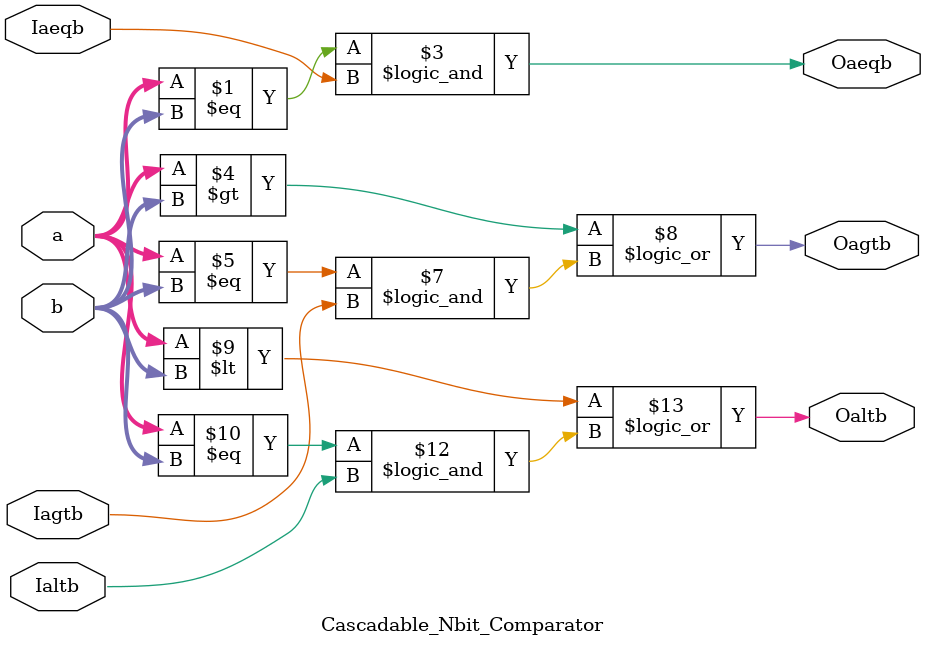
<source format=v>
`timescale 1ns / 1ps

module Cascadable_Nbit_Comparator #(
    parameter N = 4
) (
    input wire              Iagtb,
    input wire              Iaeqb,
    input wire              Ialtb,
    input wire  [N-1:0]     a,
    input wire  [N-1:0]     b,
    output wire             Oagtb,
    output wire             Oaeqb,
    output wire             Oaltb
);
    // Assign equality comparison result to output
    assign Oaeqb = (a == b) && (Iaeqb == 1);                // When a == b and Iaeqb is 1

    // Assign greater than comparison result to output
    assign Oagtb = (a > b) || ((a == b) && (Iagtb == 1));   // When a > b or a == b and Iagtb is 1

    // Assign less than comparison result to output
    assign Oaltb = (a < b) || ((a == b) && (Ialtb == 1));   // When a < b or a == b and Ialtb is 1
    
endmodule

</source>
